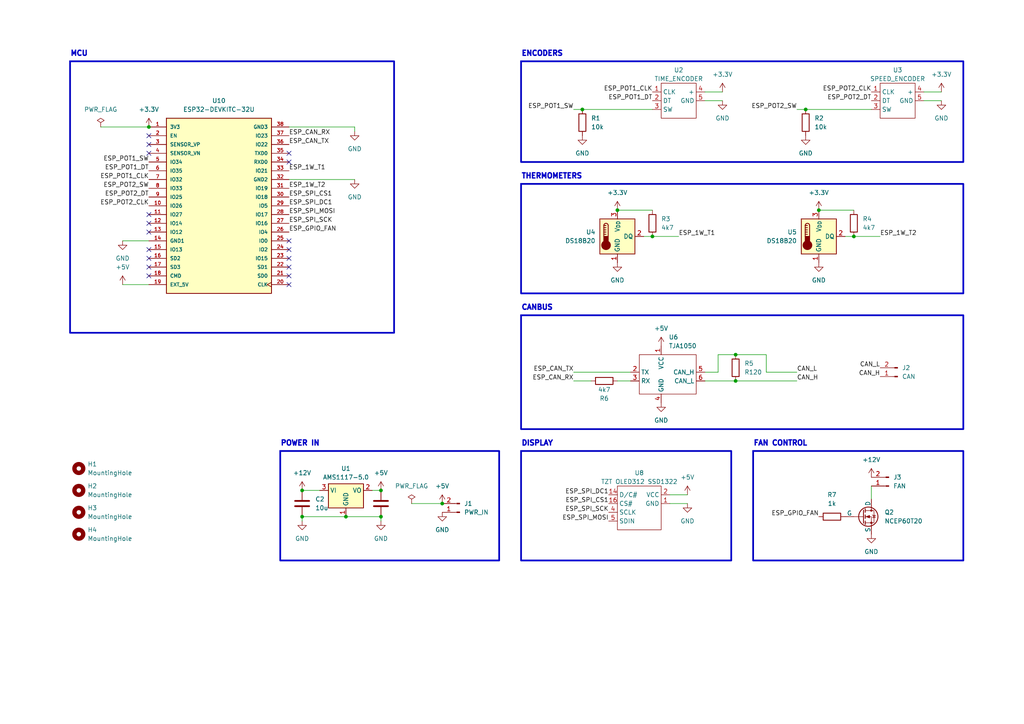
<source format=kicad_sch>
(kicad_sch (version 20230121) (generator eeschema)
  (paper "A4")
  (lib_symbols
    (symbol "--local:ESP32-DEVKITC-32U" (pin_names (offset 1.016))
      (property "Reference" "U" (at -15.2572 26.0643 0))
      (property "Value" "ESP32-DEVKITC-32U" (at -15.2563 -27.9698 0))
      (symbol "ESP32-DEVKITC-32U_0_0"
        (rectangle (start -15.24 -25.4) (end 15.24 25.4) (stroke (width 0.254)) (fill (type background)))
        (pin power_in line (at -20.32 22.86 0) (length 5.08) (name "3V3") (number "1"))
        (pin bidirectional line (at -20.32 0 0) (length 5.08) (name "IO26") (number "10"))
        (pin bidirectional line (at -20.32 -2.54 0) (length 5.08) (name "IO27") (number "11"))
        (pin bidirectional line (at -20.32 -5.08 0) (length 5.08) (name "IO14") (number "12"))
        (pin bidirectional line (at -20.32 -7.62 0) (length 5.08) (name "IO12") (number "13"))
        (pin power_in line (at -20.32 -10.16 0) (length 5.08) (name "GND1") (number "14"))
        (pin bidirectional line (at -20.32 -12.7 0) (length 5.08) (name "IO13") (number "15"))
        (pin bidirectional line (at -20.32 -15.24 0) (length 5.08) (name "SD2") (number "16"))
        (pin bidirectional line (at -20.32 -17.78 0) (length 5.08) (name "SD3") (number "17"))
        (pin bidirectional line (at -20.32 -20.32 0) (length 5.08) (name "CMD") (number "18"))
        (pin power_in line (at -20.32 -22.86 0) (length 5.08) (name "EXT_5V") (number "19"))
        (pin input line (at -20.32 20.32 0) (length 5.08) (name "EN") (number "2"))
        (pin input clock (at 20.32 -22.86 180) (length 5.08) (name "CLK") (number "20"))
        (pin bidirectional line (at 20.32 -20.32 180) (length 5.08) (name "SD0") (number "21"))
        (pin bidirectional line (at 20.32 -17.78 180) (length 5.08) (name "SD1") (number "22"))
        (pin bidirectional line (at 20.32 -15.24 180) (length 5.08) (name "IO15") (number "23"))
        (pin bidirectional line (at 20.32 -12.7 180) (length 5.08) (name "IO2") (number "24"))
        (pin bidirectional line (at 20.32 -10.16 180) (length 5.08) (name "IO0") (number "25"))
        (pin bidirectional line (at 20.32 -7.62 180) (length 5.08) (name "IO4") (number "26"))
        (pin bidirectional line (at 20.32 -5.08 180) (length 5.08) (name "IO16") (number "27"))
        (pin bidirectional line (at 20.32 -2.54 180) (length 5.08) (name "IO17") (number "28"))
        (pin bidirectional line (at 20.32 0 180) (length 5.08) (name "IO5") (number "29"))
        (pin input line (at -20.32 17.78 0) (length 5.08) (name "SENSOR_VP") (number "3"))
        (pin bidirectional line (at 20.32 2.54 180) (length 5.08) (name "IO18") (number "30"))
        (pin bidirectional line (at 20.32 5.08 180) (length 5.08) (name "IO19") (number "31"))
        (pin power_in line (at 20.32 7.62 180) (length 5.08) (name "GND2") (number "32"))
        (pin bidirectional line (at 20.32 10.16 180) (length 5.08) (name "IO21") (number "33"))
        (pin input line (at 20.32 12.7 180) (length 5.08) (name "RXD0") (number "34"))
        (pin output line (at 20.32 15.24 180) (length 5.08) (name "TXD0") (number "35"))
        (pin bidirectional line (at 20.32 17.78 180) (length 5.08) (name "IO22") (number "36"))
        (pin bidirectional line (at 20.32 20.32 180) (length 5.08) (name "IO23") (number "37"))
        (pin power_in line (at 20.32 22.86 180) (length 5.08) (name "GND3") (number "38"))
        (pin input line (at -20.32 15.24 0) (length 5.08) (name "SENSOR_VN") (number "4"))
        (pin bidirectional line (at -20.32 12.7 0) (length 5.08) (name "IO34") (number "5"))
        (pin bidirectional line (at -20.32 10.16 0) (length 5.08) (name "IO35") (number "6"))
        (pin bidirectional line (at -20.32 7.62 0) (length 5.08) (name "IO32") (number "7"))
        (pin bidirectional line (at -20.32 5.08 0) (length 5.08) (name "IO33") (number "8"))
        (pin bidirectional line (at -20.32 2.54 0) (length 5.08) (name "IO25") (number "9"))
      )
    )
    (symbol "--local:HW-040"
      (property "Reference" "U" (at 7.62 0 0))
      (symbol "HW-040_1_1"
        (rectangle (start 2.54 -1.27) (end 12.7 -11.43))
        (pin input line (at 0 -3.81 0) (length 2.54) (name "CLK") (number "1"))
        (pin input line (at 0 -6.35 0) (length 2.54) (name "DT") (number "2"))
        (pin input line (at 0 -8.89 0) (length 2.54) (name "SW") (number "3"))
        (pin input line (at 15.24 -3.81 180) (length 2.54) (name "+") (number "4"))
        (pin input line (at 15.24 -6.35 180) (length 2.54) (name "GND") (number "5"))
      )
    )
    (symbol "--local:TJA1050"
      (property "Reference" "U" (at 3.81 0 0))
      (property "Value" "TJA1050" (at 13.97 0 0))
      (symbol "TJA1050_1_1"
        (rectangle (start 2.54 -1.27) (end 19.05 -12.7))
        (pin input line (at 8.89 1.27 270) (length 2.54) (name "VCC") (number "1"))
        (pin input line (at 0 -6.35 0) (length 2.54) (name "TX") (number "2"))
        (pin input line (at 0 -8.89 0) (length 2.54) (name "RX") (number "3"))
        (pin input line (at 8.89 -15.24 90) (length 2.54) (name "GND") (number "4"))
        (pin input line (at 21.59 -6.35 180) (length 2.54) (name "CAN_H") (number "5"))
        (pin input line (at 21.59 -8.89 180) (length 2.54) (name "CAN_L") (number "6"))
      )
    )
    (symbol "--local:tzt_oled_312_ssd1322"
      (property "Reference" "U" (at 5.08 3.81 0))
      (property "Value" "TZT OLED312 SSD1322" (at 6.35 1.27 0))
      (symbol "tzt_oled_312_ssd1322_0_1"
        (rectangle (start 0 0) (end 12.7 -12.7))
      )
      (symbol "tzt_oled_312_ssd1322_1_1"
        (pin input line (at 15.24 -5.08 180) (length 2.54) (name "GND") (number "1"))
        (pin input line (at -2.54 -2.54 0) (length 2.54) (name "D/C#") (number "14"))
        (pin input line (at -2.54 -5.08 0) (length 2.54) (name "CS#") (number "16"))
        (pin input line (at 15.24 -2.54 180) (length 2.54) (name "VCC") (number "2"))
        (pin input line (at -2.54 -7.62 0) (length 2.54) (name "SCLK") (number "4"))
        (pin input line (at -2.54 -10.16 0) (length 2.54) (name "SDIN") (number "5"))
      )
    )
    (symbol "Connector:Conn_01x02_Pin" (pin_names (offset 1.016) hide)
      (property "Reference" "J" (at 0 2.54 0))
      (property "Value" "Conn_01x02_Pin" (at 0 -5.08 0))
      (symbol "Conn_01x02_Pin_1_1"
        (polyline (pts (xy 1.27 -2.54) (xy 0.8636 -2.54)) (stroke (width 0.1524)))
        (polyline (pts (xy 1.27 0) (xy 0.8636 0)) (stroke (width 0.1524)))
        (rectangle (start 0.8636 -2.413) (end 0 -2.667) (stroke (width 0.1524)) (fill (type outline)))
        (rectangle (start 0.8636 0.127) (end 0 -0.127) (stroke (width 0.1524)) (fill (type outline)))
        (pin passive line (at 5.08 0 180) (length 3.81) (name "Pin_1") (number "1"))
        (pin passive line (at 5.08 -2.54 180) (length 3.81) (name "Pin_2") (number "2"))
      )
    )
    (symbol "Device:C" (pin_numbers hide) (pin_names (offset 0.254))
      (property "Reference" "C" (at 0.635 2.54 0))
      (property "Value" "C" (at 0.635 -2.54 0))
      (symbol "C_0_1"
        (polyline (pts (xy -2.032 -0.762) (xy 2.032 -0.762)) (stroke (width 0.508)))
        (polyline (pts (xy -2.032 0.762) (xy 2.032 0.762)) (stroke (width 0.508)))
      )
      (symbol "C_1_1"
        (pin passive line (at 0 3.81 270) (length 2.794) (name "~") (number "1"))
        (pin passive line (at 0 -3.81 90) (length 2.794) (name "~") (number "2"))
      )
    )
    (symbol "Device:R" (pin_numbers hide) (pin_names (offset 0))
      (property "Reference" "R" (at 2.032 0 90))
      (property "Value" "R" (at 0 0 90))
      (symbol "R_0_1"
        (rectangle (start -1.016 -2.54) (end 1.016 2.54) (stroke (width 0.254)))
      )
      (symbol "R_1_1"
        (pin passive line (at 0 3.81 270) (length 1.27) (name "~") (number "1"))
        (pin passive line (at 0 -3.81 90) (length 1.27) (name "~") (number "2"))
      )
    )
    (symbol "HW-040_1"
      (property "Reference" "U" (at 7.62 0 0))
      (symbol "HW-040_1_1_1"
        (rectangle (start 2.54 -1.27) (end 12.7 -11.43))
        (pin input line (at 0 -3.81 0) (length 2.54) (name "CLK") (number "1"))
        (pin input line (at 0 -6.35 0) (length 2.54) (name "DT") (number "2"))
        (pin input line (at 0 -8.89 0) (length 2.54) (name "SW") (number "3"))
        (pin input line (at 15.24 -3.81 180) (length 2.54) (name "+") (number "4"))
        (pin input line (at 15.24 -6.35 180) (length 2.54) (name "GND") (number "5"))
      )
    )
    (symbol "Mechanical:MountingHole" (pin_names (offset 1.016))
      (property "Reference" "H" (at 0 5.08 0))
      (property "Value" "MountingHole" (at 0 3.175 0))
      (symbol "MountingHole_0_1"
        (circle (center 0 0) (radius 1.27) (stroke (width 1.27)))
      )
    )
    (symbol "Regulator_Linear:AMS1117-5.0"
      (property "Reference" "U" (at -3.81 3.175 0))
      (property "Value" "AMS1117-5.0" (at 0 3.175 0))
      (symbol "AMS1117-5.0_0_1"
        (rectangle (start -5.08 -5.08) (end 5.08 1.905) (stroke (width 0.254)) (fill (type background)))
      )
      (symbol "AMS1117-5.0_1_1"
        (pin power_in line (at 0 -7.62 90) (length 2.54) (name "GND") (number "1"))
        (pin power_out line (at 7.62 0 180) (length 2.54) (name "VO") (number "2"))
        (pin power_in line (at -7.62 0 0) (length 2.54) (name "VI") (number "3"))
      )
    )
    (symbol "Sensor_Temperature:DS18B20"
      (property "Reference" "U" (at -3.81 6.35 0))
      (property "Value" "DS18B20" (at 6.35 6.35 0))
      (symbol "DS18B20_0_1"
        (rectangle (start -5.08 5.08) (end 5.08 -5.08) (stroke (width 0.254)) (fill (type background)))
        (circle (center -3.302 -2.54) (radius 1.27) (stroke (width 0.254)) (fill (type outline)))
        (rectangle (start -2.667 -1.905) (end -3.937 0) (stroke (width 0.254)) (fill (type outline)))
        (arc (start -2.667 3.175) (mid -3.302 3.8073) (end -3.937 3.175) (stroke (width 0.254)))
        (polyline (pts (xy -3.937 0.635) (xy -3.302 0.635)) (stroke (width 0.254)))
        (polyline (pts (xy -3.937 1.27) (xy -3.302 1.27)) (stroke (width 0.254)))
        (polyline (pts (xy -3.937 1.905) (xy -3.302 1.905)) (stroke (width 0.254)))
        (polyline (pts (xy -3.937 2.54) (xy -3.302 2.54)) (stroke (width 0.254)))
        (polyline (pts (xy -3.937 3.175) (xy -3.937 0)) (stroke (width 0.254)))
        (polyline (pts (xy -3.937 3.175) (xy -3.302 3.175)) (stroke (width 0.254)))
        (polyline (pts (xy -2.667 3.175) (xy -2.667 0)) (stroke (width 0.254)))
      )
      (symbol "DS18B20_1_1"
        (pin power_in line (at 0 -7.62 90) (length 2.54) (name "GND") (number "1"))
        (pin bidirectional line (at 7.62 0 180) (length 2.54) (name "DQ") (number "2"))
        (pin power_in line (at 0 7.62 270) (length 2.54) (name "V_{DD}") (number "3"))
      )
    )
    (symbol "Simulation_SPICE:NMOS" (pin_numbers hide) (pin_names (offset 0))
      (property "Reference" "Q" (at 5.08 1.27 0))
      (property "Value" "NMOS" (at 5.08 -1.27 0))
      (symbol "NMOS_0_1"
        (polyline (pts (xy 0.254 0) (xy -2.54 0)))
        (polyline (pts (xy 0.254 1.905) (xy 0.254 -1.905)) (stroke (width 0.254)))
        (polyline (pts (xy 0.762 -1.27) (xy 0.762 -2.286)) (stroke (width 0.254)))
        (polyline (pts (xy 0.762 0.508) (xy 0.762 -0.508)) (stroke (width 0.254)))
        (polyline (pts (xy 0.762 2.286) (xy 0.762 1.27)) (stroke (width 0.254)))
        (polyline (pts (xy 2.54 2.54) (xy 2.54 1.778)))
        (polyline (pts (xy 2.54 -2.54) (xy 2.54 0) (xy 0.762 0)))
        (polyline (pts (xy 0.762 -1.778) (xy 3.302 -1.778) (xy 3.302 1.778) (xy 0.762 1.778)))
        (polyline (pts (xy 1.016 0) (xy 2.032 0.381) (xy 2.032 -0.381) (xy 1.016 0)) (fill (type outline)))
        (polyline (pts (xy 2.794 0.508) (xy 2.921 0.381) (xy 3.683 0.381) (xy 3.81 0.254)))
        (polyline (pts (xy 3.302 0.381) (xy 2.921 -0.254) (xy 3.683 -0.254) (xy 3.302 0.381)))
        (circle (center 1.651 0) (radius 2.794) (stroke (width 0.254)))
        (circle (center 2.54 -1.778) (radius 0.254) (fill (type outline)))
        (circle (center 2.54 1.778) (radius 0.254) (fill (type outline)))
      )
      (symbol "NMOS_1_1"
        (pin passive line (at 2.54 5.08 270) (length 2.54) (name "D") (number "1"))
        (pin input line (at -5.08 0 0) (length 2.54) (name "G") (number "2"))
        (pin passive line (at 2.54 -5.08 90) (length 2.54) (name "S") (number "3"))
      )
    )
    (symbol "power:+12V" (power) (pin_names (offset 0))
      (property "Value" "+12V" (at 0 3.556 0))
      (symbol "+12V_0_1"
        (polyline (pts (xy -0.762 1.27) (xy 0 2.54)))
        (polyline (pts (xy 0 0) (xy 0 2.54)))
        (polyline (pts (xy 0 2.54) (xy 0.762 1.27)))
      )
      (symbol "+12V_1_1"
        (pin power_in line (at 0 0 90) (length 0) hide (name "+12V") (number "1"))
      )
    )
    (symbol "power:+3.3V" (power) (pin_names (offset 0))
      (property "Value" "+3.3V" (at 0 3.556 0))
      (symbol "+3.3V_0_1"
        (polyline (pts (xy -0.762 1.27) (xy 0 2.54)))
        (polyline (pts (xy 0 0) (xy 0 2.54)))
        (polyline (pts (xy 0 2.54) (xy 0.762 1.27)))
      )
      (symbol "+3.3V_1_1"
        (pin power_in line (at 0 0 90) (length 0) hide (name "+3.3V") (number "1"))
      )
    )
    (symbol "power:+5V" (power) (pin_names (offset 0))
      (property "Value" "+5V" (at 0 3.556 0))
      (symbol "+5V_0_1"
        (polyline (pts (xy -0.762 1.27) (xy 0 2.54)))
        (polyline (pts (xy 0 0) (xy 0 2.54)))
        (polyline (pts (xy 0 2.54) (xy 0.762 1.27)))
      )
      (symbol "+5V_1_1"
        (pin power_in line (at 0 0 90) (length 0) hide (name "+5V") (number "1"))
      )
    )
    (symbol "power:GND" (power) (pin_names (offset 0))
      (property "Value" "GND" (at 0 -3.81 0))
      (symbol "GND_0_1"
        (polyline (pts (xy 0 0) (xy 0 -1.27) (xy 1.27 -1.27) (xy 0 -2.54) (xy -1.27 -1.27) (xy 0 -1.27)))
      )
      (symbol "GND_1_1"
        (pin power_in line (at 0 0 270) (length 0) hide (name "GND") (number "1"))
      )
    )
    (symbol "power:PWR_FLAG" (power) (pin_numbers hide) (pin_names (offset 0) hide)
      (property "Value" "PWR_FLAG" (at 0 3.81 0))
      (symbol "PWR_FLAG_0_0"
        (pin power_out line (at 0 0 90) (length 0) (name "pwr") (number "1"))
      )
      (symbol "PWR_FLAG_0_1"
        (polyline (pts (xy 0 0) (xy 0 1.27) (xy -1.016 1.905) (xy 0 2.54) (xy 1.016 1.905) (xy 0 1.27)))
      )
    )
  )
  (junction (at 43.18 36.83))
  (junction (at 87.63 149.86))
  (junction (at 179.07 60.96))
  (junction (at 87.63 142.24))
  (junction (at 213.36 110.49))
  (junction (at 110.49 142.24))
  (junction (at 128.27 146.05))
  (junction (at 233.68 31.75))
  (junction (at 237.49 60.96))
  (junction (at 110.49 149.86))
  (junction (at 189.23 68.58))
  (junction (at 247.65 68.58))
  (junction (at 213.36 102.87))
  (junction (at 168.91 31.75))
  (junction (at 100.33 149.86))
  (no_connect (at 43.18 41.91))
  (no_connect (at 43.18 72.39))
  (no_connect (at 43.18 39.37))
  (no_connect (at 43.18 67.31))
  (no_connect (at 43.18 80.01))
  (no_connect (at 83.82 82.55))
  (no_connect (at 83.82 46.99))
  (no_connect (at 43.18 64.77))
  (no_connect (at 43.18 77.47))
  (no_connect (at 43.18 74.93))
  (no_connect (at 83.82 80.01))
  (no_connect (at 83.82 69.85))
  (no_connect (at 43.18 62.23))
  (no_connect (at 83.82 74.93))
  (no_connect (at 43.18 44.45))
  (no_connect (at 83.82 44.45))
  (no_connect (at 83.82 77.47))
  (no_connect (at 83.82 72.39))
  (wire (pts (xy 168.91 31.75) (xy 189.23 31.75)))
  (wire (pts (xy 231.14 31.75) (xy 233.68 31.75)))
  (wire (pts (xy 204.47 110.49) (xy 213.36 110.49)))
  (wire (pts (xy 208.28 107.95) (xy 208.28 102.87)))
  (wire (pts (xy 166.37 31.75) (xy 168.91 31.75)))
  (wire (pts (xy 189.23 68.58) (xy 186.69 68.58)))
  (wire (pts (xy 222.25 107.95) (xy 222.25 102.87)))
  (wire (pts (xy 110.49 151.13) (xy 110.49 149.86)))
  (wire (pts (xy 204.47 107.95) (xy 208.28 107.95)))
  (wire (pts (xy 199.39 143.51) (xy 194.31 143.51)))
  (wire (pts (xy 233.68 31.75) (xy 252.73 31.75)))
  (wire (pts (xy 87.63 151.13) (xy 87.63 149.86)))
  (wire (pts (xy 252.73 140.97) (xy 252.73 144.78)))
  (wire (pts (xy 179.07 110.49) (xy 182.88 110.49)))
  (wire (pts (xy 208.28 102.87) (xy 213.36 102.87)))
  (wire (pts (xy 222.25 102.87) (xy 213.36 102.87)))
  (wire (pts (xy 273.05 26.67) (xy 267.97 26.67)))
  (wire (pts (xy 87.63 149.86) (xy 100.33 149.86)))
  (wire (pts (xy 247.65 68.58) (xy 255.27 68.58)))
  (wire (pts (xy 87.63 142.24) (xy 92.71 142.24)))
  (wire (pts (xy 222.25 107.95) (xy 231.14 107.95)))
  (wire (pts (xy 209.55 29.21) (xy 204.47 29.21)))
  (wire (pts (xy 237.49 60.96) (xy 247.65 60.96)))
  (wire (pts (xy 102.87 52.07) (xy 83.82 52.07)))
  (wire (pts (xy 179.07 60.96) (xy 189.23 60.96)))
  (wire (pts (xy 209.55 26.67) (xy 204.47 26.67)))
  (wire (pts (xy 100.33 149.86) (xy 110.49 149.86)))
  (wire (pts (xy 102.87 36.83) (xy 83.82 36.83)))
  (wire (pts (xy 166.37 107.95) (xy 182.88 107.95)))
  (wire (pts (xy 213.36 110.49) (xy 231.14 110.49)))
  (wire (pts (xy 189.23 68.58) (xy 196.85 68.58)))
  (wire (pts (xy 199.39 146.05) (xy 194.31 146.05)))
  (wire (pts (xy 273.05 29.21) (xy 267.97 29.21)))
  (wire (pts (xy 35.56 82.55) (xy 43.18 82.55)))
  (wire (pts (xy 119.38 146.05) (xy 128.27 146.05)))
  (wire (pts (xy 29.21 36.83) (xy 43.18 36.83)))
  (wire (pts (xy 102.87 38.1) (xy 102.87 36.83)))
  (wire (pts (xy 110.49 142.24) (xy 107.95 142.24)))
  (wire (pts (xy 166.37 110.49) (xy 171.45 110.49)))
  (wire (pts (xy 247.65 68.58) (xy 245.11 68.58)))
  (wire (pts (xy 35.56 69.85) (xy 43.18 69.85)))
  (rectangle (start 218.44 130.81) (end 279.4 162.56) (stroke (width 0.5)))
  (rectangle (start 151.13 17.78) (end 279.4 46.99) (stroke (width 0.5)))
  (rectangle (start 151.13 53.34) (end 279.4 85.09) (stroke (width 0.5)))
  (rectangle (start 151.13 130.81) (end 212.09 162.56) (stroke (width 0.5)))
  (rectangle (start 151.13 91.44) (end 279.4 124.46) (stroke (width 0.5)))
  (rectangle (start 81.28 130.81) (end 144.78 162.56) (stroke (width 0.5)))
  (rectangle (start 20.32 17.78) (end 114.3 96.52) (stroke (width 0.5)))
  (text "CANBUS" (at 151.13 90.17 0) (effects (font (size 1.5 1.5) (thickness 0.4) bold) (justify left bottom)))
  (text "DISPLAY" (at 151.13 129.54 0) (effects (font (size 1.5 1.5) (thickness 0.4) bold) (justify left bottom)))
  (text "MCU" (at 20.32 16.51 0) (effects (font (size 1.5 1.5) (thickness 0.4) bold) (justify left bottom)))
  (text "POWER IN" (at 81.28 129.54 0) (effects (font (size 1.5 1.5) (thickness 0.4) bold) (justify left bottom)))
  (text "FAN CONTROL" (at 218.44 129.54 0) (effects (font (size 1.5 1.5) (thickness 0.4) bold) (justify left bottom)))
  (text "THERMOMETERS" (at 151.13 52.07 0) (effects (font (size 1.5 1.5) (thickness 0.4) bold) (justify left bottom)))
  (text "ENCODERS" (at 151.13 16.51 0) (effects (font (size 1.5 1.5) (thickness 0.4) bold) (justify left bottom)))
  (label "ESP_POT1_CLK" (at 43.18 52.07 180))
  (label "ESP_CAN_RX" (at 166.37 110.49 180))
  (label "CAN_L" (at 231.14 107.95 0))
  (label "ESP_SPI_SCK" (at 83.82 64.77 0))
  (label "ESP_POT1_DT" (at 43.18 49.53 180))
  (label "CAN_H" (at 231.14 110.49 0))
  (label "ESP_SPI_CS1" (at 176.53 146.05 180))
  (label "ESP_1W_T1" (at 83.82 49.53 0))
  (label "ESP_1W_T1" (at 196.85 68.58 0))
  (label "ESP_SPI_CS1" (at 83.82 57.15 0))
  (label "CAN_L" (at 255.27 106.68 180))
  (label "CAN_H" (at 255.27 109.22 180))
  (label "ESP_GPIO_FAN" (at 83.82 67.31 0))
  (label "ESP_SPI_DC1" (at 176.53 143.51 180))
  (label "ESP_GPIO_FAN" (at 237.49 149.86 180))
  (label "ESP_CAN_TX" (at 166.37 107.95 180))
  (label "ESP_POT1_SW" (at 43.18 46.99 180))
  (label "ESP_SPI_SCK" (at 176.53 148.59 180))
  (label "ESP_POT2_SW" (at 43.18 54.61 180))
  (label "ESP_POT2_DT" (at 252.73 29.21 180))
  (label "ESP_SPI_MOSI" (at 176.53 151.13 180))
  (label "ESP_POT2_CLK" (at 252.73 26.67 180))
  (label "ESP_POT2_DT" (at 43.18 57.15 180))
  (label "ESP_1W_T2" (at 83.82 54.61 0))
  (label "ESP_POT1_SW" (at 166.37 31.75 180))
  (label "ESP_POT1_DT" (at 189.23 29.21 180))
  (label "ESP_POT2_SW" (at 231.14 31.75 180))
  (label "ESP_SPI_MOSI" (at 83.82 62.23 0))
  (label "ESP_SPI_DC1" (at 83.82 59.69 0))
  (label "ESP_CAN_RX" (at 83.82 39.37 0))
  (label "ESP_CAN_TX" (at 83.82 41.91 0))
  (label "ESP_1W_T2" (at 255.27 68.58 0))
  (label "ESP_POT1_CLK" (at 189.23 26.67 180))
  (label "ESP_POT2_CLK" (at 43.18 59.69 180))
  (symbol (lib_id "Mechanical:MountingHole") (at 22.86 135.89 0) (unit 1)
    (property "Reference" "H1" (at 25.4 134.62 0) (effects (justify left)))
    (property "Value" "MountingHole" (at 25.4 137.16 0) (effects (justify left)))
    (property "Footprint" "MountingHole:MountingHole_3.2mm_M3" (effects hide))
  )
  (symbol (lib_id "Device:R") (at 233.68 35.56 0) (unit 1)
    (property "Reference" "R2" (at 236.22 34.29 0) (effects (justify left)))
    (property "Value" "10k" (at 236.22 36.83 0) (effects (justify left)))
    (property "Footprint" "Resistor_SMD:R_0805_2012Metric_Pad1.20x1.40mm_HandSolder" (effects hide))
  )
  (symbol (lib_id "power:GND") (at 237.49 76.2 0) (unit 1)
    (property "Reference" "#PWR013" (effects hide))
    (property "Value" "GND" (at 237.49 81.28 0))
  )
  (symbol (lib_id "Device:C") (at 87.63 146.05 0) (unit 1)
    (property "Reference" "C2" (at 91.44 144.7799 0) (effects (justify left)))
    (property "Value" "10u" (at 91.44 147.3199 0) (effects (justify left)))
    (property "Footprint" "Capacitor_SMD:C_0805_2012Metric" (effects hide))
  )
  (symbol (lib_id "power:GND") (at 233.68 39.37 0) (unit 1)
    (property "Reference" "#PWR07" (effects hide))
    (property "Value" "GND" (at 233.68 44.45 0))
  )
  (symbol (lib_id "power:+5V") (at 199.39 143.51 0) (unit 1)
    (property "Reference" "#PWR015" (effects hide))
    (property "Value" "+5V" (at 199.39 138.43 0))
  )
  (symbol (lib_id "power:+5V") (at 110.49 142.24 0) (unit 1)
    (property "Reference" "#PWR02" (effects hide))
    (property "Value" "+5V" (at 110.49 137.16 0))
  )
  (symbol (lib_id "Connector:Conn_01x02_Pin") (at 260.35 109.22 180) (unit 1)
    (property "Reference" "J2" (at 261.62 106.68 0) (effects (justify right)))
    (property "Value" "CAN" (at 261.62 109.22 0) (effects (justify right)))
    (property "Footprint" "Connector_JST:JST_XH_B2B-XH-AM_1x02_P2.50mm_Vertical" (effects hide))
  )
  (symbol (lib_id "Device:R") (at 213.36 106.68 0) (unit 1)
    (property "Reference" "R5" (at 215.9 105.41 0) (effects (justify left)))
    (property "Value" "R120" (at 215.9 107.95 0) (effects (justify left)))
    (property "Footprint" "Resistor_SMD:R_0805_2012Metric_Pad1.20x1.40mm_HandSolder" (effects hide))
  )
  (symbol (lib_id "power:GND") (at 35.56 69.85 0) (unit 1)
    (property "Reference" "#PWR032" (effects hide))
    (property "Value" "GND" (at 35.56 74.93 0))
  )
  (symbol (lib_id "power:+3.3V") (at 237.49 60.96 0) (unit 1)
    (property "Reference" "#PWR012" (effects hide))
    (property "Value" "+3.3V" (at 237.49 55.88 0))
  )
  (symbol (lib_id "power:GND") (at 199.39 146.05 0) (unit 1)
    (property "Reference" "#PWR023" (effects hide))
    (property "Value" "GND" (at 199.39 151.13 0))
  )
  (symbol (lib_id "power:+3.3V") (at 273.05 26.67 0) (unit 1)
    (property "Reference" "#PWR08" (effects hide))
    (property "Value" "+3.3V" (at 273.05 21.59 0))
  )
  (symbol (lib_id "power:GND") (at 128.27 148.59 0) (unit 1)
    (property "Reference" "#PWR017" (effects hide))
    (property "Value" "GND" (at 128.27 153.67 0))
  )
  (symbol (lib_id "power:+12V") (at 252.73 138.43 0) (unit 1)
    (property "Reference" "#PWR030" (effects hide))
    (property "Value" "+12V" (at 252.73 133.35 0))
  )
  (symbol (lib_id "Device:R") (at 247.65 64.77 180) (unit 1)
    (property "Reference" "R4" (at 250.19 63.5 0) (effects (justify right)))
    (property "Value" "4k7" (at 250.19 66.04 0) (effects (justify right)))
    (property "Footprint" "Resistor_SMD:R_0805_2012Metric_Pad1.20x1.40mm_HandSolder" (effects hide))
  )
  (symbol (lib_id "power:GND") (at 87.63 151.13 0) (unit 1)
    (property "Reference" "#PWR019" (effects hide))
    (property "Value" "GND" (at 87.63 156.21 0))
  )
  (symbol (lib_id "power:GND") (at 102.87 52.07 0) (unit 1)
    (property "Reference" "#PWR031" (effects hide))
    (property "Value" "GND" (at 102.87 57.15 0))
  )
  (symbol (lib_id "--local:tzt_oled_312_ssd1322") (at 179.07 140.97 0) (unit 1)
    (property "Reference" "U8" (at 185.42 137.16 0))
    (property "Value" "TZT OLED312 SSD1322" (at 185.42 139.7 0))
    (property "Footprint" "--local:display_connector_jst_xh_6" (effects hide))
  )
  (symbol (lib_id "Device:C") (at 110.49 146.05 0) (unit 1)
    (property "Reference" "C4" (effects hide))
    (property "Value" "10u" (effects hide))
    (property "Footprint" "Capacitor_SMD:C_0805_2012Metric" (effects hide))
  )
  (symbol (lib_id "power:+5V") (at 35.56 82.55 0) (unit 1)
    (property "Reference" "#PWR033" (effects hide))
    (property "Value" "+5V" (at 35.56 77.47 0))
  )
  (symbol (lib_id "power:GND") (at 110.49 151.13 0) (unit 1)
    (property "Reference" "#PWR027" (effects hide))
    (property "Value" "GND" (at 110.49 156.21 0))
  )
  (symbol (lib_id "Device:R") (at 175.26 110.49 270) (unit 1)
    (property "Reference" "R6" (at 175.26 115.57 90))
    (property "Value" "4k7" (at 175.26 113.03 90))
    (property "Footprint" "Resistor_SMD:R_0805_2012Metric_Pad1.20x1.40mm_HandSolder" (effects hide))
  )
  (symbol (lib_id "--local:TJA1050") (at 182.88 101.6 0) (unit 1)
    (property "Reference" "U6" (at 193.9641 97.79 0) (effects (justify left)))
    (property "Value" "TJA1050" (at 193.9641 100.33 0) (effects (justify left)))
    (property "Footprint" "--local:TJA1050" (effects hide))
  )
  (symbol (lib_id "Device:R") (at 168.91 35.56 0) (unit 1)
    (property "Reference" "R1" (at 171.45 34.29 0) (effects (justify left)))
    (property "Value" "10k" (at 171.45 36.83 0) (effects (justify left)))
    (property "Footprint" "Resistor_SMD:R_0805_2012Metric_Pad1.20x1.40mm_HandSolder" (effects hide))
  )
  (symbol (lib_id "Mechanical:MountingHole") (at 22.86 154.94 0) (unit 1)
    (property "Reference" "H4" (at 25.4 153.67 0) (effects (justify left)))
    (property "Value" "MountingHole" (at 25.4 156.21 0) (effects (justify left)))
    (property "Footprint" "MountingHole:MountingHole_3.2mm_M3" (effects hide))
  )
  (symbol (lib_id "Connector:Conn_01x02_Pin") (at 133.35 148.59 180) (unit 1)
    (property "Reference" "J1" (at 134.62 146.05 0) (effects (justify right)))
    (property "Value" "PWR_IN" (at 134.62 148.59 0) (effects (justify right)))
    (property "Footprint" "Connector_JST:JST_XH_B2B-XH-AM_1x02_P2.50mm_Vertical" (effects hide))
  )
  (symbol (lib_id "Sensor_Temperature:DS18B20") (at 237.49 68.58 0) (unit 1)
    (property "Reference" "U5" (at 231.14 67.31 0) (effects (justify right)))
    (property "Value" "DS18B20" (at 231.14 69.85 0) (effects (justify right)))
    (property "Footprint" "Connector_JST:JST_XH_B3B-XH-AM_1x03_P2.50mm_Vertical" (effects hide))
    (property "Datasheet" "http://datasheets.maximintegrated.com/en/ds/DS18B20.pdf" (effects hide))
  )
  (symbol (lib_id "Connector:Conn_01x02_Pin") (at 257.81 140.97 180) (unit 1)
    (property "Reference" "J3" (at 259.08 138.43 0) (effects (justify right)))
    (property "Value" "FAN" (at 259.08 140.97 0) (effects (justify right)))
    (property "Footprint" "Connector_JST:JST_XH_B2B-XH-AM_1x02_P2.50mm_Vertical" (effects hide))
  )
  (symbol (lib_id "power:+3.3V") (at 179.07 60.96 0) (unit 1)
    (property "Reference" "#PWR010" (effects hide))
    (property "Value" "+3.3V" (at 179.07 55.88 0))
  )
  (symbol (lib_id "--local:ESP32-DEVKITC-32U") (at 63.5 59.69 0) (unit 1)
    (property "Reference" "U10" (at 63.5 29.21 0))
    (property "Value" "ESP32-DEVKITC-32U" (at 63.5 31.75 0))
    (property "Footprint" "--local:MODULE_ESP32-DEVKITC-32U" (effects hide))
    (property "PARTREV" "N/A" (effects hide))
    (property "STANDARD" "Manufacturer Recommendations" (effects hide))
    (property "MANUFACTURER" "ESPRESSIF" (effects hide))
  )
  (symbol (lib_id "Mechanical:MountingHole") (at 22.86 142.24 0) (unit 1)
    (property "Reference" "H2" (at 25.4 140.97 0) (effects (justify left)))
    (property "Value" "MountingHole" (at 25.4 143.51 0) (effects (justify left)))
    (property "Footprint" "MountingHole:MountingHole_3.2mm_M3" (effects hide))
  )
  (symbol (lib_name "HW-040_1") (lib_id "--local:HW-040") (at 189.23 22.86 0) (unit 1)
    (property "Reference" "U2" (at 196.85 20.32 0))
    (property "Value" "TIME_ENCODER" (at 196.85 22.86 0))
    (property "Footprint" "Connector_JST:JST_XH_B5B-XH-AM_1x05_P2.50mm_Vertical" (effects hide))
  )
  (symbol (lib_id "power:+12V") (at 87.63 142.24 0) (unit 1)
    (property "Reference" "#PWR018" (effects hide))
    (property "Value" "+12V" (at 87.63 137.16 0))
  )
  (symbol (lib_id "power:GND") (at 252.73 154.94 0) (unit 1)
    (property "Reference" "#PWR029" (effects hide))
    (property "Value" "GND" (at 252.73 160.02 0))
  )
  (symbol (lib_id "Sensor_Temperature:DS18B20") (at 179.07 68.58 0) (unit 1)
    (property "Reference" "U4" (at 172.72 67.31 0) (effects (justify right)))
    (property "Value" "DS18B20" (at 172.72 69.85 0) (effects (justify right)))
    (property "Footprint" "Connector_JST:JST_XH_B3B-XH-AM_1x03_P2.50mm_Vertical" (effects hide))
    (property "Datasheet" "http://datasheets.maximintegrated.com/en/ds/DS18B20.pdf" (effects hide))
  )
  (symbol (lib_id "power:GND") (at 209.55 29.21 0) (unit 1)
    (property "Reference" "#PWR05" (effects hide))
    (property "Value" "GND" (at 209.55 34.29 0))
  )
  (symbol (lib_id "power:GND") (at 168.91 39.37 0) (unit 1)
    (property "Reference" "#PWR06" (effects hide))
    (property "Value" "GND" (at 168.91 44.45 0))
  )
  (symbol (lib_id "--local:HW-040") (at 252.73 22.86 0) (unit 1)
    (property "Reference" "U3" (at 260.35 20.32 0))
    (property "Value" "SPEED_ENCODER" (at 260.35 22.86 0))
    (property "Footprint" "Connector_JST:JST_XH_B5B-XH-AM_1x05_P2.50mm_Vertical" (effects hide))
  )
  (symbol (lib_id "power:GND") (at 179.07 76.2 0) (unit 1)
    (property "Reference" "#PWR011" (effects hide))
    (property "Value" "GND" (at 179.07 81.28 0))
  )
  (symbol (lib_id "Mechanical:MountingHole") (at 22.86 148.59 0) (unit 1)
    (property "Reference" "H3" (at 25.4 147.32 0) (effects (justify left)))
    (property "Value" "MountingHole" (at 25.4 149.86 0) (effects (justify left)))
    (property "Footprint" "MountingHole:MountingHole_3.2mm_M3" (effects hide))
  )
  (symbol (lib_id "Simulation_SPICE:NMOS") (at 250.19 149.86 0) (unit 1)
    (property "Reference" "Q2" (at 256.54 148.59 0) (effects (justify left)))
    (property "Value" "NCEP60T20" (at 256.54 151.13 0) (effects (justify left)))
    (property "Footprint" "--local:TO-220-3_Horizontal_TabUp_no_hole" (effects hide))
    (property "Datasheet" "https://datasheet.lcsc.com/lcsc/1809101724_Wuxi-NCE-Power-Semiconductor-NCEP60T20_C284868.pdf" (effects hide))
    (property "Sim.Pins" "1=D 2=G 3=S" (effects hide))
  )
  (symbol (lib_id "power:GND") (at 273.05 29.21 0) (unit 1)
    (property "Reference" "#PWR09" (effects hide))
    (property "Value" "GND" (at 273.05 34.29 0))
  )
  (symbol (lib_id "power:GND") (at 102.87 38.1 0) (unit 1)
    (property "Reference" "#PWR025" (effects hide))
    (property "Value" "GND" (at 102.87 43.18 0))
  )
  (symbol (lib_id "power:+5V") (at 191.77 100.33 0) (unit 1)
    (property "Reference" "#PWR022" (effects hide))
    (property "Value" "+5V" (at 191.77 95.25 0))
  )
  (symbol (lib_id "power:PWR_FLAG") (at 29.21 36.83 0) (unit 1)
    (property "Reference" "#FLG02" (effects hide))
    (property "Value" "PWR_FLAG" (at 29.21 31.75 0))
  )
  (symbol (lib_id "power:GND") (at 191.77 116.84 0) (unit 1)
    (property "Reference" "#PWR014" (effects hide))
    (property "Value" "GND" (at 191.77 121.92 0))
  )
  (symbol (lib_id "power:+5V") (at 128.27 146.05 0) (unit 1)
    (property "Reference" "#PWR026" (effects hide))
    (property "Value" "+5V" (at 128.27 140.97 0))
  )
  (symbol (lib_id "Regulator_Linear:AMS1117-5.0") (at 100.33 142.24 0) (unit 1)
    (property "Reference" "U1" (at 100.33 135.89 0))
    (property "Value" "AMS1117-5.0" (at 100.33 138.43 0))
    (property "Footprint" "Package_TO_SOT_SMD:SOT-223-3_TabPin2" (effects hide))
    (property "Datasheet" "http://www.advanced-monolithic.com/pdf/ds1117.pdf" (effects hide))
  )
  (symbol (lib_id "Device:R") (at 189.23 64.77 180) (unit 1)
    (property "Reference" "R3" (at 191.77 63.5 0) (effects (justify right)))
    (property "Value" "4k7" (at 191.77 66.04 0) (effects (justify right)))
    (property "Footprint" "Resistor_SMD:R_0805_2012Metric_Pad1.20x1.40mm_HandSolder" (effects hide))
  )
  (symbol (lib_id "Device:R") (at 241.3 149.86 270) (unit 1)
    (property "Reference" "R7" (at 241.3 143.51 90))
    (property "Value" "1k" (at 241.3 146.05 90))
    (property "Footprint" "Resistor_SMD:R_0805_2012Metric_Pad1.20x1.40mm_HandSolder" (effects hide))
  )
  (symbol (lib_id "power:+3.3V") (at 209.55 26.67 0) (unit 1)
    (property "Reference" "#PWR04" (effects hide))
    (property "Value" "+3.3V" (at 209.55 21.59 0))
  )
  (symbol (lib_id "power:+3.3V") (at 43.18 36.83 0) (unit 1)
    (property "Reference" "#PWR01" (effects hide))
    (property "Value" "+3.3V" (at 43.18 31.75 0))
  )
  (symbol (lib_id "power:PWR_FLAG") (at 119.38 146.05 0) (unit 1)
    (property "Reference" "#FLG01" (effects hide))
    (property "Value" "PWR_FLAG" (at 119.38 140.97 0))
  )
)
</source>
